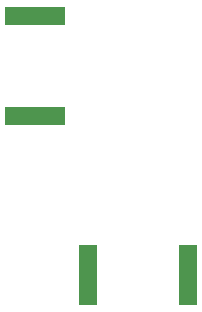
<source format=gbp>
G04 #@! TF.GenerationSoftware,KiCad,Pcbnew,7.0.10*
G04 #@! TF.CreationDate,2024-04-06T15:52:41-07:00*
G04 #@! TF.ProjectId,powerAmp,706f7765-7241-46d7-902e-6b696361645f,rev?*
G04 #@! TF.SameCoordinates,Original*
G04 #@! TF.FileFunction,Paste,Bot*
G04 #@! TF.FilePolarity,Positive*
%FSLAX46Y46*%
G04 Gerber Fmt 4.6, Leading zero omitted, Abs format (unit mm)*
G04 Created by KiCad (PCBNEW 7.0.10) date 2024-04-06 15:52:41*
%MOMM*%
%LPD*%
G01*
G04 APERTURE LIST*
%ADD10R,1.500000X5.080000*%
%ADD11R,5.080000X1.500000*%
G04 APERTURE END LIST*
D10*
X81405000Y-132142500D03*
X72905000Y-132142500D03*
D11*
X68405000Y-118755000D03*
X68405000Y-110255000D03*
M02*

</source>
